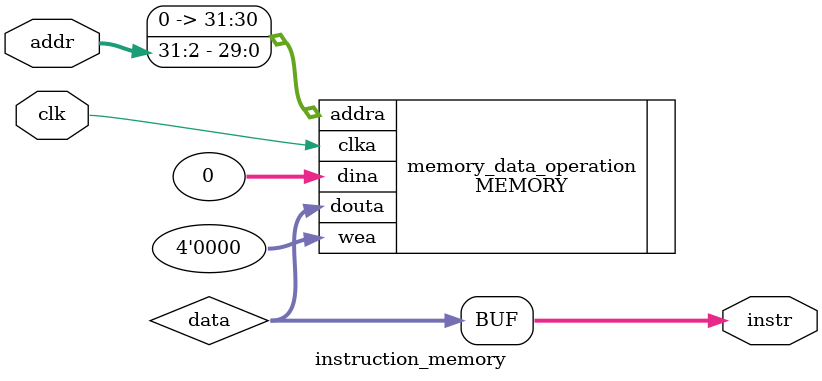
<source format=v>
module instruction_memory(
    input clk,
    input [31:0] addr,
    output [31:0] instr
);
    wire [31:0] data;

    MEMORY memory_data_operation (
        .clka(clk),
        .wea(4'b0000), 
        .addra(addr >> 2),
        .dina(32'b0),
        .douta(data)
    );
    assign instr = data;

endmodule
</source>
